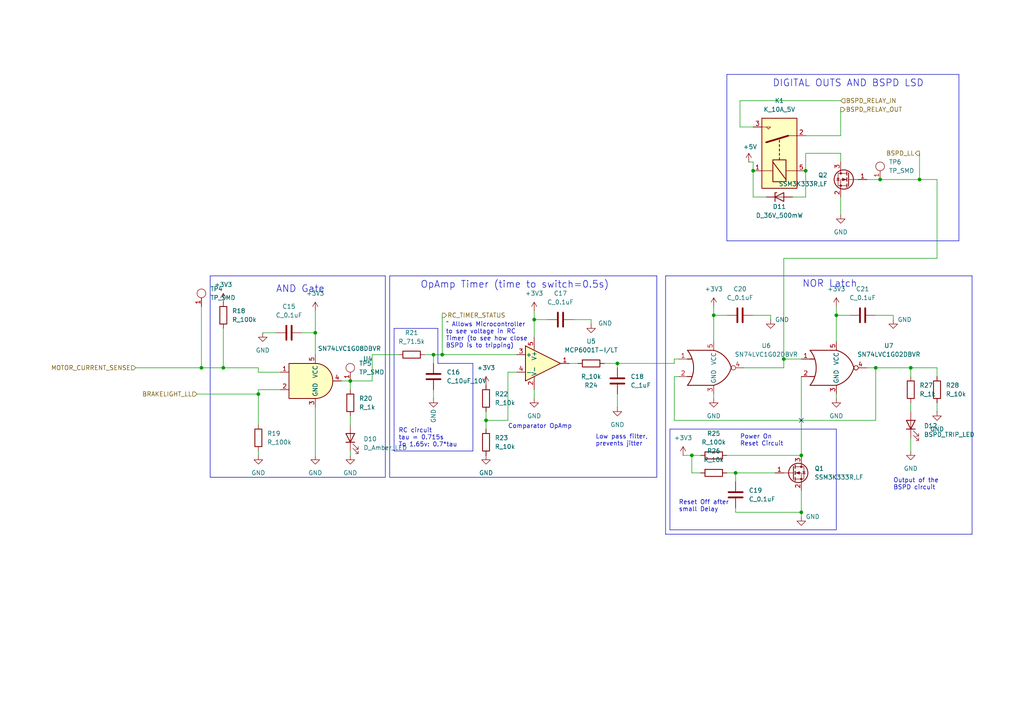
<source format=kicad_sch>
(kicad_sch (version 20250114) (generator "eeschema") (generator_version "9.0")
  (paper "A4")
  (title_block (title "Brake System Plausibility Device (BSPD)") (comment 1 "By Leo Liao"))
  (lib_symbols
    (symbol "OEM:C_0.1uF_16V_0603" (pin_numbers (hide yes)) (pin_names (offset 0.254))
      (property "Reference" "C" (at 0.635 2.54 0))
      (property "Value" "C_0.1uF_16V" (at 0.635 -2.54 0))
      (symbol "C_0.1uF_16V_0603_0_1"
        (polyline (pts (xy -2.032 0.762) (xy 2.032 0.762)) (stroke (width 0.508)))
        (polyline (pts (xy -2.032 -0.762) (xy 2.032 -0.762)) (stroke (width 0.508)))
      )
      (symbol "C_0.1uF_16V_0603_1_1"
        (pin passive line (at 0 3.81 270) (length 2.794) (name "~") (number "1"))
        (pin passive line (at 0 -3.81 90) (length 2.794) (name "~") (number "2"))
      )
    )
    (symbol "OEM:C_10uF_10V_0603" (pin_numbers (hide yes)) (pin_names (offset 0.254))
      (property "Reference" "C" (at 0.635 2.54 0))
      (property "Value" "C_10uF_10V" (at 0.635 -2.54 0))
      (symbol "C_10uF_10V_0603_0_1"
        (polyline (pts (xy -2.032 0.762) (xy 2.032 0.762)) (stroke (width 0.508)))
        (polyline (pts (xy -2.032 -0.762) (xy 2.032 -0.762)) (stroke (width 0.508)))
      )
      (symbol "C_10uF_10V_0603_1_1"
        (pin passive line (at 0 3.81 270) (length 2.794) (name "~") (number "1"))
        (pin passive line (at 0 -3.81 90) (length 2.794) (name "~") (number "2"))
      )
    )
    (symbol "OEM:C_1uF_25V_0603" (pin_numbers (hide yes)) (pin_names (offset 0.254))
      (property "Reference" "C" (at 0.635 2.54 0))
      (property "Value" "C_1uF_25V" (at 0.635 -2.54 0))
      (symbol "C_1uF_25V_0603_0_1"
        (polyline (pts (xy -2.032 0.762) (xy 2.032 0.762)) (stroke (width 0.508)))
        (polyline (pts (xy -2.032 -0.762) (xy 2.032 -0.762)) (stroke (width 0.508)))
      )
      (symbol "C_1uF_25V_0603_1_1"
        (pin passive line (at 0 3.81 270) (length 2.794) (name "~") (number "1"))
        (pin passive line (at 0 -3.81 90) (length 2.794) (name "~") (number "2"))
      )
    )
    (symbol "OEM:D_LED_Amber_0805" (pin_numbers (hide yes)) (pin_names (offset 1.016) (hide yes))
      (property "Reference" "D" (at 0 2.54 0))
      (property "Value" "D_Amber_LED" (at 0 -2.54 0))
      (symbol "D_LED_Amber_0805_0_1"
        (polyline (pts (xy -3.048 -0.762) (xy -4.572 -2.286) (xy -3.81 -2.286) (xy -4.572 -2.286) (xy -4.572 -1.524)))
        (polyline (pts (xy -1.778 -0.762) (xy -3.302 -2.286) (xy -2.54 -2.286) (xy -3.302 -2.286) (xy -3.302 -1.524)))
        (polyline (pts (xy -1.27 0) (xy 1.27 0)))
        (polyline (pts (xy -1.27 -1.27) (xy -1.27 1.27)) (stroke (width 0.254)))
        (polyline (pts (xy 1.27 -1.27) (xy 1.27 1.27) (xy -1.27 0) (xy 1.27 -1.27)) (stroke (width 0.254)))
      )
      (symbol "D_LED_Amber_0805_1_1"
        (pin passive line (at -3.81 0 0) (length 2.54) (name "K") (number "1"))
        (pin passive line (at 3.81 0 180) (length 2.54) (name "A") (number "2"))
      )
    )
    (symbol "OEM:D_Zener_36V_500mW_SOD123" (pin_numbers (hide yes)) (pin_names (offset 1.016) (hide yes))
      (property "Reference" "D" (at 0 2.54 0))
      (property "Value" "D_36V_500mW" (at 0 -2.54 0))
      (symbol "D_Zener_36V_500mW_SOD123_0_1"
        (polyline (pts (xy -1.27 -1.27) (xy -1.27 1.27) (xy -0.762 1.27)) (stroke (width 0.254)))
        (polyline (pts (xy 1.27 0) (xy -1.27 0)))
        (polyline (pts (xy 1.27 -1.27) (xy 1.27 1.27) (xy -1.27 0) (xy 1.27 -1.27)) (stroke (width 0.254)))
      )
      (symbol "D_Zener_36V_500mW_SOD123_1_1"
        (pin passive line (at -3.81 0 0) (length 2.54) (name "K") (number "1"))
        (pin passive line (at 3.81 0 180) (length 2.54) (name "A") (number "2"))
      )
    )
    (symbol "OEM:K_SPST-NO_10A_5V_TH"
      (property "Reference" "K" (at 11.43 3.81 0))
      (property "Value" "K_10A_5V" (at 11.43 1.27 0))
      (symbol "K_SPST-NO_10A_5V_TH_0_0"
        (polyline (pts (xy 7.62 5.08) (xy 7.62 2.54) (xy 6.985 3.175) (xy 7.62 3.81)))
      )
      (symbol "K_SPST-NO_10A_5V_TH_0_1"
        (rectangle (start -10.16 5.08) (end 10.16 -5.08) (stroke (width 0.254)) (fill (type background)))
        (rectangle (start -8.255 1.905) (end -1.905 -1.905) (stroke (width 0.254)))
        (polyline (pts (xy -7.62 -1.905) (xy -2.54 1.905)) (stroke (width 0.254)))
        (polyline (pts (xy -5.08 5.08) (xy -5.08 1.905)))
        (polyline (pts (xy -5.08 -5.08) (xy -5.08 -1.905)))
        (polyline (pts (xy -1.905 0) (xy -1.27 0)) (stroke (width 0.254)))
        (polyline (pts (xy -0.635 0) (xy 0 0)) (stroke (width 0.254)))
        (polyline (pts (xy 0.635 0) (xy 1.27 0)) (stroke (width 0.254)))
        (polyline (pts (xy 1.905 0) (xy 2.54 0)) (stroke (width 0.254)))
        (polyline (pts (xy 3.175 0) (xy 3.81 0)) (stroke (width 0.254)))
        (polyline (pts (xy 5.08 -2.54) (xy 3.175 3.81)) (stroke (width 0.508)))
        (polyline (pts (xy 5.08 -2.54) (xy 5.08 -5.08)))
      )
      (symbol "K_SPST-NO_10A_5V_TH_1_1"
        (pin passive line (at -5.08 7.62 270) (length 2.54) (name "~") (number "1"))
        (pin passive line (at -5.08 -7.62 90) (length 2.54) (name "~") (number "5"))
        (pin passive line (at 5.08 -7.62 90) (length 2.54) (name "~") (number "2"))
        (pin passive line (at 7.62 7.62 270) (length 2.54) (name "~") (number "3"))
      )
    )
    (symbol "OEM:Q_NMOS_30V_6A_SOT-23F" (pin_names (offset 0) (hide yes))
      (property "Reference" "Q" (at 5.08 1.905 0))
      (property "Value" "SSM3K333R,LF" (at 5.08 0 0))
      (symbol "Q_NMOS_30V_6A_SOT-23F_0_1"
        (polyline (pts (xy 0.254 1.905) (xy 0.254 -1.905)) (stroke (width 0.254)))
        (polyline (pts (xy 0.254 0) (xy -2.54 0)))
        (polyline (pts (xy 0.762 2.286) (xy 0.762 1.27)) (stroke (width 0.254)))
        (polyline (pts (xy 0.762 0.508) (xy 0.762 -0.508)) (stroke (width 0.254)))
        (polyline (pts (xy 0.762 -1.27) (xy 0.762 -2.286)) (stroke (width 0.254)))
        (polyline (pts (xy 0.762 -1.778) (xy 3.302 -1.778) (xy 3.302 1.778) (xy 0.762 1.778)))
        (polyline (pts (xy 1.016 0) (xy 2.032 0.381) (xy 2.032 -0.381) (xy 1.016 0)) (fill (type outline)))
        (circle (center 1.651 0) (radius 2.794) (stroke (width 0.254)))
        (polyline (pts (xy 2.54 2.54) (xy 2.54 1.778)))
        (circle (center 2.54 1.778) (radius 0.254) (fill (type outline)))
        (circle (center 2.54 -1.778) (radius 0.254) (fill (type outline)))
        (polyline (pts (xy 2.54 -2.54) (xy 2.54 0) (xy 0.762 0)))
        (polyline (pts (xy 2.921 0.381) (xy 3.683 0.381)))
        (polyline (pts (xy 3.302 0.381) (xy 2.921 -0.254) (xy 3.683 -0.254) (xy 3.302 0.381)))
      )
      (symbol "Q_NMOS_30V_6A_SOT-23F_1_1"
        (pin input line (at -5.08 0 0) (length 2.54) (name "G") (number "1"))
        (pin passive line (at 2.54 5.08 270) (length 2.54) (name "D") (number "3"))
        (pin passive line (at 2.54 -5.08 90) (length 2.54) (name "S") (number "2"))
      )
    )
    (symbol "OEM:R_100k_0.1W_0603" (pin_numbers (hide yes)) (pin_names (offset 0))
      (property "Reference" "R" (at 2.032 0 90))
      (property "Value" "R_100k" (at 0 0 90))
      (symbol "R_100k_0.1W_0603_0_1"
        (rectangle (start -1.016 -2.54) (end 1.016 2.54) (stroke (width 0.254)))
      )
      (symbol "R_100k_0.1W_0603_1_1"
        (pin passive line (at 0 3.81 270) (length 1.27) (name "~") (number "1"))
        (pin passive line (at 0 -3.81 90) (length 1.27) (name "~") (number "2"))
      )
    )
    (symbol "OEM:R_10k_0.1W_0603" (pin_numbers (hide yes)) (pin_names (offset 0))
      (property "Reference" "R" (at 2.032 0 90))
      (property "Value" "R_10k" (at 0 0 90))
      (symbol "R_10k_0.1W_0603_0_1"
        (rectangle (start -1.016 -2.54) (end 1.016 2.54) (stroke (width 0.254)))
      )
      (symbol "R_10k_0.1W_0603_1_1"
        (pin passive line (at 0 3.81 270) (length 1.27) (name "~") (number "1"))
        (pin passive line (at 0 -3.81 90) (length 1.27) (name "~") (number "2"))
      )
    )
    (symbol "OEM:R_1k_0.1W_0603" (pin_numbers (hide yes)) (pin_names (offset 0))
      (property "Reference" "R" (at 2.032 0 90))
      (property "Value" "R_1k" (at 0 0 90))
      (symbol "R_1k_0.1W_0603_0_1"
        (rectangle (start -1.016 -2.54) (end 1.016 2.54) (stroke (width 0.254)))
      )
      (symbol "R_1k_0.1W_0603_1_1"
        (pin passive line (at 0 3.81 270) (length 1.27) (name "~") (number "1"))
        (pin passive line (at 0 -3.81 90) (length 1.27) (name "~") (number "2"))
      )
    )
    (symbol "OEM:R_71.5k_0.1W_0603" (pin_numbers (hide yes)) (pin_names (offset 0))
      (property "Reference" "R" (at 2.032 0 90))
      (property "Value" "R_71.5k" (at 0 0 90))
      (symbol "R_71.5k_0.1W_0603_0_1"
        (rectangle (start -1.016 -2.54) (end 1.016 2.54) (stroke (width 0.254)))
      )
      (symbol "R_71.5k_0.1W_0603_1_1"
        (pin passive line (at 0 3.81 270) (length 1.27) (name "~") (number "1"))
        (pin passive line (at 0 -3.81 90) (length 1.27) (name "~") (number "2"))
      )
    )
    (symbol "OEM:TP_Hook_SMD" (pin_names (offset 1.016))
      (property "Reference" "TP" (at 0 7.62 0))
      (property "Value" "TP_SMD" (at 1.27 5.08 0))
      (symbol "TP_Hook_SMD_1_1"
        (circle (center 0 2.54) (radius 1.27))
        (pin input line (at 0 -1.27 90) (length 2.54) (name "~") (number "1"))
      )
    )
    (symbol "OEM:U_AND-Gate_SN74LVC1G08DBVR_SOT23-5new"
      (property "Reference" "U" (at -2.54 3.81 0))
      (property "Value" "SN74LVC1G08DBVR" (at 0 -3.81 0))
      (symbol "U_AND-Gate_SN74LVC1G08DBVR_SOT23-5new_0_1"
        (arc (start 0 5.08) (mid 5.0579 0) (end 0 -5.08) (stroke (width 0.254)) (fill (type background)))
        (polyline (pts (xy 0 -5.08) (xy -7.62 -5.08) (xy -7.62 5.08) (xy 0 5.08)) (stroke (width 0.254)) (fill (type background)))
      )
      (symbol "U_AND-Gate_SN74LVC1G08DBVR_SOT23-5new_1_1"
        (pin input line (at -10.16 2.54 0) (length 2.54) (name "~") (number "1"))
        (pin input line (at -10.16 -2.54 0) (length 2.54) (name "~") (number "2"))
        (pin power_in line (at 0 7.62 270) (length 2.54) (name "VCC") (number "5"))
        (pin power_in line (at 0 -7.62 90) (length 2.54) (name "GND") (number "3"))
        (pin output line (at 7.62 0 180) (length 2.54) (name "~") (number "4"))
      )
    )
    (symbol "OEM:U_NOR-Gate_SN74LVC1G02DBVR_SOT23-5"
      (property "Reference" "U" (at -2.54 3.81 0))
      (property "Value" "SN74LVC1G02DBVR" (at 0 -3.81 0))
      (symbol "U_NOR-Gate_SN74LVC1G02DBVR_SOT23-5_0_1"
        (arc (start -7.62 5.08) (mid -5.838 0) (end -7.62 -5.08) (stroke (width 0.254)))
        (polyline (pts (xy -7.62 2.54) (xy -6.35 2.54)) (stroke (width 0.254)) (fill (type background)))
        (polyline (pts (xy -7.62 -2.54) (xy -6.35 -2.54)) (stroke (width 0.254)) (fill (type background)))
        (arc (start 5.08 0) (mid 3.202 -3.202) (end 0 -5.08) (stroke (width 0.254)))
        (arc (start 0 5.08) (mid 3.2271 3.2271) (end 5.08 0) (stroke (width 0.254)))
        (polyline (pts (xy 0 5.08) (xy -7.62 5.08)) (stroke (width 0.254)) (fill (type background)))
        (polyline (pts (xy 0 -5.08) (xy -7.62 -5.08)) (stroke (width 0.254)) (fill (type background)))
      )
      (symbol "U_NOR-Gate_SN74LVC1G02DBVR_SOT23-5_1_1"
        (pin input line (at -10.16 2.54 0) (length 2.54) (name "~") (number "1"))
        (pin input line (at -10.16 -2.54 0) (length 2.54) (name "~") (number "2"))
        (pin power_in line (at 0 7.62 270) (length 2.54) (name "VCC") (number "5"))
        (pin power_in line (at 0 -7.62 90) (length 2.54) (name "GND") (number "3"))
        (pin output inverted (at 8.89 0 180) (length 3.81) (name "~") (number "4"))
      )
    )
    (symbol "OEM:U_OpAmp_MCP6001T-ILT_SOT-353" (pin_names (offset 0.127))
      (property "Reference" "U" (at 0 5.08 0))
      (property "Value" "MCP6001T-I/LT" (at 0 -5.08 0))
      (symbol "U_OpAmp_MCP6001T-ILT_SOT-353_0_1"
        (polyline (pts (xy -5.08 5.08) (xy 5.08 0) (xy -5.08 -5.08) (xy -5.08 5.08)) (stroke (width 0.254)) (fill (type background)))
        (pin power_in line (at -2.54 7.62 270) (length 3.81) (name "V+") (number "5"))
        (pin power_in line (at -2.54 -7.62 90) (length 3.81) (name "V-") (number "2"))
      )
      (symbol "U_OpAmp_MCP6001T-ILT_SOT-353_1_1"
        (pin input line (at -7.62 2.54 0) (length 2.54) (name "+") (number "3"))
        (pin input line (at -7.62 -2.54 0) (length 2.54) (name "-") (number "4"))
        (pin output line (at 7.62 0 180) (length 2.54) (name "~") (number "1"))
      )
    )
    (symbol "power:+3V3" (power) (pin_numbers (hide yes)) (pin_names (offset 0) (hide yes))
      (property "Value" "+3V3" (at 0 3.556 0))
      (symbol "+3V3_0_1"
        (polyline (pts (xy -0.762 1.27) (xy 0 2.54)))
        (polyline (pts (xy 0 2.54) (xy 0.762 1.27)))
        (polyline (pts (xy 0 0) (xy 0 2.54)))
      )
      (symbol "+3V3_1_1"
        (pin power_in line (at 0 0 90) (length 0) (name "~") (number "1"))
      )
    )
    (symbol "power:+5V" (power) (pin_numbers (hide yes)) (pin_names (offset 0) (hide yes))
      (property "Value" "+5V" (at 0 3.556 0))
      (symbol "+5V_0_1"
        (polyline (pts (xy -0.762 1.27) (xy 0 2.54)))
        (polyline (pts (xy 0 2.54) (xy 0.762 1.27)))
        (polyline (pts (xy 0 0) (xy 0 2.54)))
      )
      (symbol "+5V_1_1"
        (pin power_in line (at 0 0 90) (length 0) (name "~") (number "1"))
      )
    )
    (symbol "power:GND" (power) (pin_numbers (hide yes)) (pin_names (offset 0) (hide yes))
      (property "Value" "GND" (at 0 -3.81 0))
      (symbol "GND_0_1"
        (polyline (pts (xy 0 0) (xy 0 -1.27) (xy 1.27 -1.27) (xy 0 -2.54) (xy -1.27 -1.27) (xy 0 -1.27)))
      )
      (symbol "GND_1_1"
        (pin power_in line (at 0 0 270) (length 0) (name "~") (number "1"))
      )
    )
  )
  (text "Low pass filter,\nprevents jitter" (at 172.72 129.54 0) (effects (font (size 1.27 1.27)) (justify left bottom)))
  (text "OpAmp Timer (time to switch=0.5s)" (at 121.92 83.82 0) (effects (font (size 2 2)) (justify left bottom)))
  (text "Comparator OpAmp" (at 147.32 124.46 0) (effects (font (size 1.27 1.27)) (justify left bottom)))
  (text "Output of the\nBSPD circuit" (at 259.08 142.24 0) (effects (font (size 1.27 1.27)) (justify left bottom)))
  (text "RC circuit\ntau = 0.715s\nTo 1.65v: 0.7*tau" (at 115.57 129.794 0) (effects (font (size 1.27 1.27)) (justify left bottom)))
  (text "Power On\nReset Circuit" (at 214.63 129.54 0) (effects (font (size 1.27 1.27)) (justify left bottom)))
  (text "Reset Off after\nsmall Delay" (at 196.85 148.59 0) (effects (font (size 1.27 1.27)) (justify left bottom)))
  (text "NOR Latch" (at 232.664 83.566 0) (effects (font (size 2 2)) (justify left bottom)))
  (text "^ Allows Microcontroller \nto see voltage in RC \nTimer (to see how close \nBSPD is to tripping)" (at 129.286 97.282 0) (effects (font (size 1.27 1.27)) (justify left)))
  (text "AND Gate" (at 80.01 85.09 0) (effects (font (size 2 2)) (justify left bottom)))
  (text "DIGITAL OUTS AND BSPD LSD" (at 267.97 25.4 0) (effects (font (size 2 2)) (justify right bottom)))
  (junction (at 128.27 102.87))
  (junction (at 125.73 102.87))
  (junction (at 218.44 49.53))
  (junction (at 242.57 91.44))
  (junction (at 227.33 104.14))
  (junction (at 255.27 52.07))
  (junction (at 58.42 106.68))
  (junction (at 101.6 110.49))
  (junction (at 254 106.68))
  (junction (at 232.41 132.08))
  (junction (at 74.93 114.3))
  (junction (at 91.44 96.52))
  (junction (at 179.07 105.41))
  (junction (at 233.68 49.53))
  (junction (at 266.7 52.07))
  (junction (at 232.41 148.59))
  (junction (at 213.36 137.16))
  (junction (at 64.77 106.68))
  (junction (at 207.01 91.44))
  (junction (at 140.97 121.92))
  (junction (at 200.66 132.08))
  (junction (at 264.16 106.68))
  (junction (at 154.94 92.71))
  (no_connect (at 232.41 121.92))
  (wire (pts (xy 255.27 52.07) (xy 266.7 52.07)))
  (wire (pts (xy 179.07 105.41) (xy 179.07 106.68)))
  (wire (pts (xy 242.57 88.9) (xy 242.57 91.44)))
  (wire (pts (xy 64.77 95.25) (xy 64.77 106.68)))
  (wire (pts (xy 107.95 110.49) (xy 107.95 102.87)))
  (wire (pts (xy 125.73 102.87) (xy 125.73 105.41)))
  (wire (pts (xy 229.87 57.15) (xy 233.68 57.15)))
  (wire (pts (xy 195.58 104.14) (xy 196.85 104.14)))
  (wire (pts (xy 243.84 31.75) (xy 243.84 39.37)))
  (wire (pts (xy 91.44 118.11) (xy 91.44 132.08)))
  (wire (pts (xy 74.93 106.68) (xy 74.93 107.95)))
  (wire (pts (xy 149.86 107.95) (xy 147.32 107.95)))
  (wire (pts (xy 218.44 91.44) (xy 223.52 91.44)))
  (polyline (pts (xy 127 95.25) (xy 127 105.41)))
  (wire (pts (xy 207.01 88.9) (xy 207.01 91.44)))
  (wire (pts (xy 125.73 102.87) (xy 128.27 102.87)))
  (wire (pts (xy 195.58 109.22) (xy 195.58 121.92)))
  (wire (pts (xy 39.37 106.68) (xy 58.42 106.68)))
  (wire (pts (xy 140.97 119.38) (xy 140.97 121.92)))
  (wire (pts (xy 207.01 91.44) (xy 210.82 91.44)))
  (wire (pts (xy 123.19 102.87) (xy 125.73 102.87)))
  (wire (pts (xy 147.32 107.95) (xy 147.32 121.92)))
  (wire (pts (xy 264.16 106.68) (xy 264.16 109.22)))
  (wire (pts (xy 101.6 110.49) (xy 107.95 110.49)))
  (wire (pts (xy 218.44 49.53) (xy 218.44 57.15)))
  (polyline (pts (xy 137.16 105.41) (xy 137.16 130.81)))
  (wire (pts (xy 125.73 113.03) (xy 125.73 115.57)))
  (wire (pts (xy 207.01 91.44) (xy 207.01 99.06)))
  (wire (pts (xy 165.1 105.41) (xy 167.64 105.41)))
  (polyline (pts (xy 113.03 80.01) (xy 190.5 80.01)))
  (wire (pts (xy 266.7 44.45) (xy 266.7 52.07)))
  (wire (pts (xy 171.45 92.71) (xy 171.45 93.98)))
  (polyline (pts (xy 278.13 69.85) (xy 210.82 69.85)))
  (polyline (pts (xy 193.04 80.01) (xy 281.94 80.01)))
  (wire (pts (xy 74.93 107.95) (xy 81.28 107.95)))
  (wire (pts (xy 271.78 74.93) (xy 227.33 74.93)))
  (polyline (pts (xy 137.16 130.81) (xy 114.3 130.81)))
  (wire (pts (xy 271.78 52.07) (xy 271.78 74.93)))
  (polyline (pts (xy 194.31 124.46) (xy 194.31 153.67)))
  (wire (pts (xy 74.93 113.03) (xy 74.93 114.3)))
  (wire (pts (xy 243.84 57.15) (xy 243.84 62.23)))
  (wire (pts (xy 101.6 110.49) (xy 101.6 113.03)))
  (wire (pts (xy 232.41 132.08) (xy 210.82 132.08)))
  (wire (pts (xy 91.44 96.52) (xy 91.44 102.87)))
  (wire (pts (xy 200.66 132.08) (xy 200.66 137.16)))
  (wire (pts (xy 251.46 52.07) (xy 255.27 52.07)))
  (wire (pts (xy 74.93 130.81) (xy 74.93 132.08)))
  (polyline (pts (xy 127 105.41) (xy 137.16 105.41)))
  (wire (pts (xy 251.46 106.68) (xy 254 106.68)))
  (wire (pts (xy 227.33 74.93) (xy 227.33 104.14)))
  (wire (pts (xy 91.44 90.17) (xy 91.44 96.52)))
  (wire (pts (xy 271.78 52.07) (xy 266.7 52.07)))
  (wire (pts (xy 233.68 49.53) (xy 233.68 57.15)))
  (wire (pts (xy 200.66 132.08) (xy 203.2 132.08)))
  (wire (pts (xy 179.07 114.3) (xy 179.07 118.11)))
  (wire (pts (xy 227.33 104.14) (xy 227.33 106.68)))
  (wire (pts (xy 242.57 91.44) (xy 246.38 91.44)))
  (polyline (pts (xy 193.04 154.94) (xy 281.94 154.94)))
  (wire (pts (xy 232.41 142.24) (xy 232.41 148.59)))
  (wire (pts (xy 218.44 46.99) (xy 218.44 49.53)))
  (wire (pts (xy 107.95 102.87) (xy 115.57 102.87)))
  (polyline (pts (xy 114.3 129.54) (xy 114.3 130.81)))
  (wire (pts (xy 203.2 137.16) (xy 200.66 137.16)))
  (wire (pts (xy 64.77 106.68) (xy 74.93 106.68)))
  (wire (pts (xy 58.42 88.9) (xy 58.42 106.68)))
  (wire (pts (xy 264.16 116.84) (xy 264.16 119.38)))
  (wire (pts (xy 195.58 109.22) (xy 196.85 109.22)))
  (wire (pts (xy 87.63 96.52) (xy 91.44 96.52)))
  (wire (pts (xy 233.68 44.45) (xy 243.84 44.45)))
  (wire (pts (xy 214.63 29.21) (xy 214.63 36.83)))
  (polyline (pts (xy 278.13 21.59) (xy 210.82 21.59)))
  (wire (pts (xy 213.36 137.16) (xy 213.36 139.7)))
  (wire (pts (xy 232.41 104.14) (xy 227.33 104.14)))
  (wire (pts (xy 223.52 91.44) (xy 223.52 92.71)))
  (wire (pts (xy 264.16 106.68) (xy 271.78 106.68)))
  (wire (pts (xy 101.6 130.81) (xy 101.6 132.08)))
  (wire (pts (xy 271.78 106.68) (xy 271.78 109.22)))
  (wire (pts (xy 140.97 121.92) (xy 140.97 124.46)))
  (wire (pts (xy 57.15 114.3) (xy 74.93 114.3)))
  (polyline (pts (xy 111.76 138.43) (xy 111.76 80.01)))
  (polyline (pts (xy 278.13 21.59) (xy 278.13 69.85)))
  (wire (pts (xy 242.57 114.3) (xy 242.57 115.57)))
  (wire (pts (xy 254 106.68) (xy 254 121.92)))
  (wire (pts (xy 214.63 36.83) (xy 218.44 36.83)))
  (wire (pts (xy 195.58 121.92) (xy 254 121.92)))
  (wire (pts (xy 271.78 116.84) (xy 271.78 119.38)))
  (polyline (pts (xy 60.96 80.01) (xy 111.76 80.01)))
  (wire (pts (xy 243.84 29.21) (xy 214.63 29.21)))
  (wire (pts (xy 147.32 121.92) (xy 140.97 121.92)))
  (wire (pts (xy 217.17 46.99) (xy 218.44 46.99)))
  (wire (pts (xy 74.93 113.03) (xy 81.28 113.03)))
  (wire (pts (xy 74.93 114.3) (xy 74.93 123.19)))
  (wire (pts (xy 179.07 105.41) (xy 195.58 105.41)))
  (polyline (pts (xy 194.31 124.46) (xy 242.57 124.46)))
  (wire (pts (xy 259.08 91.44) (xy 259.08 92.71)))
  (polyline (pts (xy 190.5 138.43) (xy 190.5 80.01)))
  (wire (pts (xy 215.9 106.68) (xy 227.33 106.68)))
  (wire (pts (xy 233.68 39.37) (xy 243.84 39.37)))
  (wire (pts (xy 198.12 132.08) (xy 200.66 132.08)))
  (polyline (pts (xy 281.94 80.01) (xy 281.94 154.94)))
  (polyline (pts (xy 114.3 129.54) (xy 114.3 95.25)))
  (wire (pts (xy 195.58 104.14) (xy 195.58 105.41)))
  (wire (pts (xy 218.44 57.15) (xy 222.25 57.15)))
  (wire (pts (xy 207.01 114.3) (xy 207.01 115.57)))
  (polyline (pts (xy 242.57 153.67) (xy 194.31 153.67)))
  (polyline (pts (xy 114.3 95.25) (xy 127 95.25)))
  (polyline (pts (xy 113.03 80.01) (xy 113.03 138.43)))
  (wire (pts (xy 154.94 90.17) (xy 154.94 92.71)))
  (polyline (pts (xy 193.04 80.01) (xy 193.04 154.94)))
  (wire (pts (xy 243.84 44.45) (xy 243.84 46.99)))
  (wire (pts (xy 128.27 91.44) (xy 128.27 102.87)))
  (wire (pts (xy 101.6 120.65) (xy 101.6 123.19)))
  (wire (pts (xy 264.16 127) (xy 264.16 130.81)))
  (wire (pts (xy 233.68 44.45) (xy 233.68 49.53)))
  (wire (pts (xy 213.36 137.16) (xy 224.79 137.16)))
  (wire (pts (xy 128.27 102.87) (xy 149.86 102.87)))
  (wire (pts (xy 232.41 109.22) (xy 232.41 132.08)))
  (wire (pts (xy 76.2 96.52) (xy 80.01 96.52)))
  (polyline (pts (xy 113.03 138.43) (xy 190.5 138.43)))
  (polyline (pts (xy 60.96 80.01) (xy 60.96 138.43)))
  (wire (pts (xy 154.94 113.03) (xy 154.94 115.57)))
  (wire (pts (xy 242.57 91.44) (xy 242.57 99.06)))
  (wire (pts (xy 166.37 92.71) (xy 171.45 92.71)))
  (wire (pts (xy 99.06 110.49) (xy 101.6 110.49)))
  (wire (pts (xy 232.41 148.59) (xy 232.41 149.86)))
  (wire (pts (xy 58.42 106.68) (xy 64.77 106.68)))
  (wire (pts (xy 175.26 105.41) (xy 179.07 105.41)))
  (wire (pts (xy 154.94 92.71) (xy 154.94 97.79)))
  (wire (pts (xy 254 91.44) (xy 259.08 91.44)))
  (polyline (pts (xy 60.96 138.43) (xy 111.76 138.43)))
  (wire (pts (xy 154.94 92.71) (xy 158.75 92.71)))
  (wire (pts (xy 213.36 147.32) (xy 213.36 148.59)))
  (wire (pts (xy 210.82 137.16) (xy 213.36 137.16)))
  (wire (pts (xy 213.36 148.59) (xy 232.41 148.59)))
  (wire (pts (xy 254 106.68) (xy 264.16 106.68)))
  (polyline (pts (xy 210.82 69.85) (xy 210.82 21.59)))
  (polyline (pts (xy 242.57 124.46) (xy 242.57 153.67)))
  (hierarchical_label "RC_TIMER_STATUS" (shape output) (at 128.27 91.44 0))
  (hierarchical_label "BRAKELIGHT_LL" (shape input) (at 57.15 114.3 180))
  (hierarchical_label "MOTOR_CURRENT_SENSE" (shape input) (at 39.37 106.68 180))
  (hierarchical_label "BSPD_LL" (shape output) (at 266.7 44.45 180))
  (hierarchical_label "BSPD_RELAY_OUT" (shape output) (at 243.84 31.75 0))
  (hierarchical_label "BSPD_RELAY_IN" (shape input) (at 243.84 29.21 0))
  (symbol (lib_id "OEM:R_10k_0.1W_0603") (at 140.97 115.57 0) (unit 1)
    (property "Reference" "R22" (at 143.51 114.2999 0) (effects (justify left)))
    (property "Value" "R_10k" (at 143.51 116.8399 0) (effects (justify left)))
    (property "Footprint" "OEM:R_0603_1608Metric" (effects (hide yes)))
    (property "Datasheet" "https://www.mouser.com/datasheet/3/1099/1/SEI-RMCF_RMCP.pdf" (effects (hide yes)))
    (property "Description" "RES 10K OHM 1% 1/10W 0603" (effects (hide yes)))
    (property "MPN" "RMCF0603FT10K0" (effects (hide yes)))
  )
  (symbol (lib_id "OEM:R_10k_0.1W_0603") (at 171.45 105.41 90) (mirror x) (unit 1)
    (property "Reference" "R24" (at 171.45 111.76 90))
    (property "Value" "R_10k" (at 171.45 109.22 90))
    (property "Footprint" "OEM:R_0603_1608Metric" (effects (hide yes)))
    (property "Datasheet" "https://www.mouser.com/datasheet/3/1099/1/SEI-RMCF_RMCP.pdf" (effects (hide yes)))
    (property "Description" "RES 10K OHM 1% 1/10W 0603" (effects (hide yes)))
    (property "MPN" "RMCF0603FT10K0" (effects (hide yes)))
  )
  (symbol (lib_id "OEM:Q_NMOS_30V_6A_SOT-23F") (at 229.87 137.16 0) (unit 1)
    (property "Reference" "Q1" (at 236.22 135.8899 0) (effects (justify left)))
    (property "Value" "SSM3K333R,LF" (at 236.22 138.4299 0) (effects (justify left)))
    (property "Footprint" "OEM:SOT-23-3" (effects (hide yes)))
    (property "Datasheet" "https://www.mouser.com/datasheet/3/105/1/6D62190F2E76D58532DB25403AB4F650F25B6580F37A84A2AFAB7A89D257D933.pdf" (effects (hide yes)))
    (property "Description" "MOSFET N CH 30V 6A 2-3Z1A" (effects (hide yes)))
    (property "MPN" "SSM3K333R,LF" (effects (hide yes)))
  )
  (symbol (lib_id "power:+3V3") (at 140.97 111.76 0) (unit 1)
    (property "Reference" "#PWR?" (effects (hide yes)))
    (property "Value" "+3V3" (at 140.97 106.68 0))
    (property "Description" "Power symbol creates a global label with name \"+3V3\"" (effects (hide yes)))
  )
  (symbol (lib_id "OEM:R_100k_0.1W_0603") (at 64.77 91.44 0) (unit 1)
    (property "Reference" "R18" (at 67.31 90.1699 0) (effects (justify left)))
    (property "Value" "R_100k" (at 67.31 92.7099 0) (effects (justify left)))
    (property "Footprint" "OEM:R_0603_1608Metric" (effects (hide yes)))
    (property "Datasheet" "https://www.mouser.com/datasheet/3/1099/1/SEI-RMCF_RMCP.pdf" (effects (hide yes)))
    (property "Description" "RES 100K OHM 1% 1/10W 0603" (effects (hide yes)))
    (property "MPN" "RMCF0603FT100K" (effects (hide yes)))
  )
  (symbol (lib_id "OEM:D_Zener_36V_500mW_SOD123") (at 226.06 57.15 0) (unit 1)
    (property "Reference" "D11" (at 226.06 59.944 0))
    (property "Value" "D_36V_500mW" (at 226.06 62.484 0))
    (property "Footprint" "OEM:D_SOD-123" (effects (hide yes)))
    (property "Datasheet" "https://www.diodes.com/assets/Datasheets/ds18004.pdf" (effects (hide yes)))
    (property "Description" "DIODE ZENER 36V 500MW SOD123" (effects (hide yes)))
    (property "MPN" "BZT52C36-7-F" (effects (hide yes)))
    (property "MFN" "Micro Commercial Co" (effects (hide yes)))
    (property "DKPN" "SMBJ5355B-TPMSCT-ND" (effects (hide yes)))
    (property "NewDesigns" "YES" (effects (hide yes)))
    (property "Stocked" "Tape" (effects (hide yes)))
    (property "Package" "DO-214AA" (effects (hide yes)))
    (property "Style" "SMD" (effects (hide yes)))
  )
  (symbol (lib_id "OEM:TP_Hook_SMD") (at 101.6 109.22 0) (unit 1)
    (property "Reference" "TP5" (at 104.14 105.4099 0) (effects (justify left)))
    (property "Value" "TP_SMD" (at 104.14 107.9499 0) (effects (justify left)))
    (property "Footprint" "OEM:TP_Hook_SMD" (effects (hide yes)))
    (property "Datasheet" "https://www.mouser.com/datasheet/3/201/1/5019.PDF" (effects (hide yes)))
    (property "Description" "Test Point SMD Hook" (effects (hide yes)))
    (property "MPN" "5019" (effects (hide yes)))
  )
  (symbol (lib_id "power:+3V3") (at 242.57 88.9 0) (unit 1)
    (property "Reference" "#PWR?" (effects (hide yes)))
    (property "Value" "+3V3" (at 242.57 83.82 0))
    (property "Description" "Power symbol creates a global label with name \"+3V3\"" (effects (hide yes)))
  )
  (symbol (lib_id "power:+3V3") (at 154.94 90.17 0) (unit 1)
    (property "Reference" "#PWR?" (effects (hide yes)))
    (property "Value" "+3V3" (at 154.94 85.09 0))
    (property "Description" "Power symbol creates a global label with name \"+3V3\"" (effects (hide yes)))
  )
  (symbol (lib_id "power:GND") (at 179.07 118.11 0) (unit 1)
    (property "Reference" "#PWR?" (effects (hide yes)))
    (property "Value" "GND" (at 179.07 123.19 0))
    (property "Description" "Power symbol creates a global label with name \"GND\" , ground" (effects (hide yes)))
  )
  (symbol (lib_id "OEM:K_SPST-NO_10A_5V_TH") (at 226.06 44.45 90) (unit 1)
    (property "Reference" "K1" (at 226.06 29.21 90))
    (property "Value" "K_10A_5V" (at 226.06 31.75 90))
    (property "Footprint" "OEM:G5Q1A4DC5 (K_SPST-NO_10A_5V_TH - G5Q-1A4-DC5)" (effects (hide yes)))
    (property "Datasheet" "https://www.mouser.com/datasheet/3/39/1/J155-E1.pdf" (effects (hide yes)))
    (property "Description" "RELAY GEN PURPOSE SPST 10A 5V" (effects (hide yes)))
    (property "MPN" "G5Q-1A4 DC5" (effects (hide yes)))
  )
  (symbol (lib_id "power:+5V") (at 217.17 46.99 0) (unit 1)
    (property "Reference" "#PWR?" (effects (hide yes)))
    (property "Value" "+5V" (at 217.551 42.5958 0))
    (property "Description" "Power symbol creates a global label with name \"+5V\"" (effects (hide yes)))
  )
  (symbol (lib_id "OEM:D_LED_Amber_0805") (at 101.6 127 90) (unit 1)
    (property "Reference" "D10" (at 105.41 127.3174 90) (effects (justify right)))
    (property "Value" "D_Amber_LED" (at 105.41 129.8574 90) (effects (justify right)))
    (property "Footprint" "OEM:D_0805_2012Metric" (effects (hide yes)))
    (property "Datasheet" "https://www.mouser.com/catalog/specsheets/ltstc171aktliteon.pdf" (effects (hide yes)))
    (property "Description" "LED ORANGE CLEAR SMD" (effects (hide yes)))
    (property "Sim.Pins" "1=K 2=A" (effects (hide yes)))
    (property "MPN" " LTST-C171AKT " (effects (hide yes)))
  )
  (symbol (lib_id "power:GND") (at 223.52 92.71 0) (unit 1)
    (property "Reference" "#PWR?" (effects (hide yes)))
    (property "Value" "GND" (at 226.822 92.71 0))
    (property "Description" "Power symbol creates a global label with name \"GND\" , ground" (effects (hide yes)))
  )
  (symbol (lib_id "power:+3V3") (at 207.01 88.9 0) (unit 1)
    (property "Reference" "#PWR?" (effects (hide yes)))
    (property "Value" "+3V3" (at 207.01 83.82 0))
    (property "Description" "Power symbol creates a global label with name \"+3V3\"" (effects (hide yes)))
  )
  (symbol (lib_id "OEM:C_0.1uF_16V_0603") (at 250.19 91.44 90) (unit 1)
    (property "Reference" "C21" (at 250.19 83.82 90))
    (property "Value" "C_0.1uF" (at 250.19 86.36 90))
    (property "Footprint" "OEM:C_0603_1608Metric" (effects (hide yes)))
    (property "Datasheet" "https://www.mouser.com/datasheet/3/72/1/KEM_C1005_Y5V_SMD.pdf" (effects (hide yes)))
    (property "Description" "CAP CER 0.1UF 16V Y5V 0603" (effects (hide yes)))
    (property "MPN" "C0603C104Z4VACTU" (effects (hide yes)))
  )
  (symbol (lib_id "OEM:R_10k_0.1W_0603") (at 271.78 113.03 180) (unit 1)
    (property "Reference" "R28" (at 274.32 111.7599 0) (effects (justify right)))
    (property "Value" "R_10k" (at 274.32 114.2999 0) (effects (justify right)))
    (property "Footprint" "OEM:R_0603_1608Metric" (effects (hide yes)))
    (property "Datasheet" "https://www.mouser.com/datasheet/3/1099/1/SEI-RMCF_RMCP.pdf" (effects (hide yes)))
    (property "Description" "RES 10K OHM 1% 1/10W 0603" (effects (hide yes)))
    (property "MPN" "RMCF0603FT10K0" (effects (hide yes)))
  )
  (symbol (lib_id "OEM:D_LED_Amber_0805") (at 264.16 123.19 90) (unit 1)
    (property "Reference" "D12" (at 267.97 123.5074 90) (effects (justify right)))
    (property "Value" "BSPD_TRIP_LED" (at 267.97 126.0474 90) (effects (justify right)))
    (property "Footprint" "OEM:D_0805_2012Metric" (effects (hide yes)))
    (property "Datasheet" "https://www.mouser.com/catalog/specsheets/ltstc171aktliteon.pdf" (effects (hide yes)))
    (property "Description" "LED ORANGE CLEAR SMD" (effects (hide yes)))
    (property "Sim.Pins" "1=K 2=A" (effects (hide yes)))
    (property "MPN" " LTST-C171AKT " (effects (hide yes)))
  )
  (symbol (lib_id "OEM:R_10k_0.1W_0603") (at 140.97 128.27 0) (unit 1)
    (property "Reference" "R23" (at 143.51 126.9999 0) (effects (justify left)))
    (property "Value" "R_10k" (at 143.51 129.5399 0) (effects (justify left)))
    (property "Footprint" "OEM:R_0603_1608Metric" (effects (hide yes)))
    (property "Datasheet" "https://www.mouser.com/datasheet/3/1099/1/SEI-RMCF_RMCP.pdf" (effects (hide yes)))
    (property "Description" "RES 10K OHM 1% 1/10W 0603" (effects (hide yes)))
    (property "MPN" "RMCF0603FT10K0" (effects (hide yes)))
  )
  (symbol (lib_id "OEM:R_1k_0.1W_0603") (at 101.6 116.84 0) (unit 1)
    (property "Reference" "R20" (at 104.14 115.5699 0) (effects (justify left)))
    (property "Value" "R_1k" (at 104.14 118.1099 0) (effects (justify left)))
    (property "Footprint" "OEM:R_0603_1608Metric" (effects (hide yes)))
    (property "Datasheet" "https://www.mouser.com/datasheet/3/1099/1/SEI-RMCF_RMCP.pdf (or https://industrial.panasonic.com/ww/products/pt/general-purpose-chip-resistors/models/ERJ3GEYJ102V)" (effects (hide yes)))
    (property "Description" "RES SMD 1K OHM 5% 1/10W 0603" (effects (hide yes)))
    (property "MPN" "RMCF0603FT1K00 (or ERJ-3GEYJ102V)" (effects (hide yes)))
  )
  (symbol (lib_id "power:GND") (at 140.97 132.08 0) (unit 1)
    (property "Reference" "#PWR?" (effects (hide yes)))
    (property "Value" "GND" (at 140.97 137.16 0))
    (property "Description" "Power symbol creates a global label with name \"GND\" , ground" (effects (hide yes)))
  )
  (symbol (lib_id "power:GND") (at 76.2 96.52 0) (unit 1)
    (property "Reference" "#PWR?" (effects (hide yes)))
    (property "Value" "GND" (at 76.2 101.6 0))
    (property "Description" "Power symbol creates a global label with name \"GND\" , ground" (effects (hide yes)))
  )
  (symbol (lib_id "OEM:R_1k_0.1W_0603") (at 264.16 113.03 0) (unit 1)
    (property "Reference" "R27" (at 266.7 111.7599 0) (effects (justify left)))
    (property "Value" "R_1k" (at 266.7 114.2999 0) (effects (justify left)))
    (property "Footprint" "OEM:R_0603_1608Metric" (effects (hide yes)))
    (property "Datasheet" "https://www.mouser.com/datasheet/3/1099/1/SEI-RMCF_RMCP.pdf (or https://industrial.panasonic.com/ww/products/pt/general-purpose-chip-resistors/models/ERJ3GEYJ102V)" (effects (hide yes)))
    (property "Description" "RES SMD 1K OHM 5% 1/10W 0603" (effects (hide yes)))
    (property "MPN" "RMCF0603FT1K00 (or ERJ-3GEYJ102V)" (effects (hide yes)))
  )
  (symbol (lib_id "OEM:C_0.1uF_16V_0603") (at 213.36 143.51 180) (unit 1)
    (property "Reference" "C19" (at 217.17 142.2399 0) (effects (justify right)))
    (property "Value" "C_0.1uF" (at 217.17 144.7799 0) (effects (justify right)))
    (property "Footprint" "OEM:C_0603_1608Metric" (effects (hide yes)))
    (property "Datasheet" "https://www.mouser.com/datasheet/3/72/1/KEM_C1005_Y5V_SMD.pdf" (effects (hide yes)))
    (property "Description" "CAP CER 0.1UF 16V Y5V 0603" (effects (hide yes)))
    (property "MPN" "C0603C104Z4VACTU" (effects (hide yes)))
  )
  (symbol (lib_id "OEM:Q_NMOS_30V_6A_SOT-23F") (at 246.38 52.07 0) (mirror y) (unit 1)
    (property "Reference" "Q2" (at 240.03 50.7999 0) (effects (justify left)))
    (property "Value" "SSM3K333R,LF" (at 240.03 53.3399 0) (effects (justify left)))
    (property "Footprint" "OEM:SOT-23-3" (effects (hide yes)))
    (property "Datasheet" "https://www.mouser.com/datasheet/3/105/1/6D62190F2E76D58532DB25403AB4F650F25B6580F37A84A2AFAB7A89D257D933.pdf" (effects (hide yes)))
    (property "Description" "MOSFET N CH 30V 6A 2-3Z1A" (effects (hide yes)))
    (property "MPN" "SSM3K333R,LF" (effects (hide yes)))
  )
  (symbol (lib_id "OEM:R_100k_0.1W_0603") (at 207.01 132.08 90) (unit 1)
    (property "Reference" "R25" (at 207.01 125.73 90))
    (property "Value" "R_100k" (at 207.01 128.27 90))
    (property "Footprint" "OEM:R_0603_1608Metric" (effects (hide yes)))
    (property "Datasheet" "https://www.mouser.com/datasheet/3/1099/1/SEI-RMCF_RMCP.pdf" (effects (hide yes)))
    (property "Description" "RES 100K OHM 1% 1/10W 0603" (effects (hide yes)))
    (property "MPN" "RMCF0603FT100K" (effects (hide yes)))
  )
  (symbol (lib_id "power:GND") (at 171.45 93.98 0) (unit 1)
    (property "Reference" "#PWR?" (effects (hide yes)))
    (property "Value" "GND" (at 175.514 94.488 0) (effects (justify bottom)))
    (property "Description" "Power symbol creates a global label with name \"GND\" , ground" (effects (hide yes)))
  )
  (symbol (lib_id "power:GND") (at 74.93 132.08 0) (unit 1)
    (property "Reference" "#PWR?" (effects (hide yes)))
    (property "Value" "GND" (at 74.93 137.16 0))
    (property "Description" "Power symbol creates a global label with name \"GND\" , ground" (effects (hide yes)))
  )
  (symbol (lib_id "power:GND") (at 271.78 119.38 0) (unit 1)
    (property "Reference" "#PWR?" (effects (hide yes)))
    (property "Value" "GND" (at 271.78 124.46 0))
    (property "Description" "Power symbol creates a global label with name \"GND\" , ground" (effects (hide yes)))
  )
  (symbol (lib_id "OEM:C_10uF_10V_0603") (at 125.73 109.22 0) (unit 1)
    (property "Reference" "C16" (at 129.54 107.9499 0) (effects (justify left)))
    (property "Value" "C_10uF_10V" (at 129.54 110.4899 0) (effects (justify left)))
    (property "Footprint" "OEM:C_0603_1608Metric" (effects (hide yes)))
    (property "Datasheet" "https://search.murata.co.jp/Ceramy/image/img/A01X/G101/ENG/GRM188D71A106KA73-01.pdf" (effects (hide yes)))
    (property "Description" "CAP CER 10UF 10V X7T 0603" (effects (hide yes)))
    (property "MPN" "GRM188D71A106KA73D" (effects (hide yes)))
  )
  (symbol (lib_id "power:GND") (at 125.73 115.57 0) (unit 1)
    (property "Reference" "#PWR?" (effects (hide yes)))
    (property "Value" "GND" (at 125.73 120.65 90))
    (property "Description" "Power symbol creates a global label with name \"GND\" , ground" (effects (hide yes)))
  )
  (symbol (lib_id "power:GND") (at 91.44 132.08 0) (unit 1)
    (property "Reference" "#PWR?" (effects (hide yes)))
    (property "Value" "GND" (at 91.44 137.16 0))
    (property "Description" "Power symbol creates a global label with name \"GND\" , ground" (effects (hide yes)))
  )
  (symbol (lib_id "OEM:U_OpAmp_MCP6001T-ILT_SOT-353") (at 157.48 105.41 0) (unit 1)
    (property "Reference" "U5" (at 171.45 98.9898 0))
    (property "Value" "MCP6001T-I/LT" (at 171.45 101.5298 0))
    (property "Footprint" "OEM:SOT-353_SC-70-5" (effects (hide yes)))
    (property "Datasheet" "https://www.mouser.com/datasheet/3/282/1/MCP6001-1R-1U-2-4-1-MHz-Low-Power-Op-Amp-DS20001733L.pdf" (effects (hide yes)))
    (property "Description" "IC OPAMP GP 1 CIRCUIT SC70-5" (effects (hide yes)))
    (property "MPN" "MCP6001T-I/LT" (effects (hide yes)))
  )
  (symbol (lib_id "power:GND") (at 154.94 115.57 0) (unit 1)
    (property "Reference" "#PWR?" (effects (hide yes)))
    (property "Value" "GND" (at 154.94 120.65 0))
    (property "Description" "Power symbol creates a global label with name \"GND\" , ground" (effects (hide yes)))
  )
  (symbol (lib_id "power:GND") (at 264.16 130.81 0) (unit 1)
    (property "Reference" "#PWR?" (effects (hide yes)))
    (property "Value" "GND" (at 264.16 135.89 0))
    (property "Description" "Power symbol creates a global label with name \"GND\" , ground" (effects (hide yes)))
  )
  (symbol (lib_id "power:GND") (at 101.6 132.08 0) (unit 1)
    (property "Reference" "#PWR?" (effects (hide yes)))
    (property "Value" "GND" (at 101.6 137.16 0))
    (property "Description" "Power symbol creates a global label with name \"GND\" , ground" (effects (hide yes)))
  )
  (symbol (lib_id "power:+3V3") (at 198.12 132.08 0) (unit 1)
    (property "Reference" "#PWR?" (effects (hide yes)))
    (property "Value" "+3V3" (at 198.12 127 0))
    (property "Description" "Power symbol creates a global label with name \"+3V3\"" (effects (hide yes)))
  )
  (symbol (lib_id "OEM:R_100k_0.1W_0603") (at 74.93 127 0) (unit 1)
    (property "Reference" "R19" (at 77.47 125.7299 0) (effects (justify left)))
    (property "Value" "R_100k" (at 77.47 128.2699 0) (effects (justify left)))
    (property "Footprint" "OEM:R_0603_1608Metric" (effects (hide yes)))
    (property "Datasheet" "https://www.mouser.com/datasheet/3/1099/1/SEI-RMCF_RMCP.pdf" (effects (hide yes)))
    (property "Description" "RES 100K OHM 1% 1/10W 0603" (effects (hide yes)))
    (property "MPN" "RMCF0603FT100K" (effects (hide yes)))
  )
  (symbol (lib_id "power:GND") (at 207.01 115.57 0) (unit 1)
    (property "Reference" "#PWR?" (effects (hide yes)))
    (property "Value" "GND" (at 207.01 120.65 0))
    (property "Description" "Power symbol creates a global label with name \"GND\" , ground" (effects (hide yes)))
  )
  (symbol (lib_id "OEM:R_10k_0.1W_0603") (at 207.01 137.16 90) (unit 1)
    (property "Reference" "R26" (at 207.01 130.81 90))
    (property "Value" "R_10k" (at 207.01 133.35 90))
    (property "Footprint" "OEM:R_0603_1608Metric" (effects (hide yes)))
    (property "Datasheet" "https://www.mouser.com/datasheet/3/1099/1/SEI-RMCF_RMCP.pdf" (effects (hide yes)))
    (property "Description" "RES 10K OHM 1% 1/10W 0603" (effects (hide yes)))
    (property "MPN" "RMCF0603FT10K0" (effects (hide yes)))
  )
  (symbol (lib_id "OEM:U_NOR-Gate_SN74LVC1G02DBVR_SOT23-5") (at 207.01 106.68 0) (unit 1)
    (property "Reference" "U6" (at 222.25 100.2598 0))
    (property "Value" "SN74LVC1G02DBVR" (at 222.25 102.7998 0))
    (property "Footprint" "OEM:SOT-23-5" (effects (hide yes)))
    (property "Datasheet" "https://www.ti.com/lit/ds/symlink/sn74lvc1g02.pdf?ts=1758388733076&ref_url=https%253A%252F%252Fwww.mouser.com%252F" (effects (hide yes)))
    (property "Description" "IC GATE NOR 1CH 2-INP SOT23-5" (effects (hide yes)))
    (property "MPN" "SN74LVC1G02DBVR" (effects (hide yes)))
  )
  (symbol (lib_id "OEM:C_0.1uF_16V_0603") (at 162.56 92.71 90) (unit 1)
    (property "Reference" "C17" (at 162.56 85.09 90))
    (property "Value" "C_0.1uF" (at 162.56 87.63 90))
    (property "Footprint" "OEM:C_0603_1608Metric" (effects (hide yes)))
    (property "Datasheet" "https://www.mouser.com/datasheet/3/72/1/KEM_C1005_Y5V_SMD.pdf" (effects (hide yes)))
    (property "Description" "CAP CER 0.1UF 16V Y5V 0603" (effects (hide yes)))
    (property "MPN" "C0603C104Z4VACTU" (effects (hide yes)))
  )
  (symbol (lib_id "OEM:R_71.5k_0.1W_0603") (at 119.38 102.87 90) (unit 1)
    (property "Reference" "R21" (at 119.38 96.52 90))
    (property "Value" "R_71.5k" (at 119.38 99.06 90))
    (property "Footprint" "OEM:R_0603_1608Metric" (effects (hide yes)))
    (property "Datasheet" "https://www.mouser.com/datasheet/3/1099/1/SEI-RMCF_RMCP.pdf" (effects (hide yes)))
    (property "Description" "RES 71.5K OHM 1% 1/10W 0603" (effects (hide yes)))
    (property "MPN" "RMCF0603FT71K5" (effects (hide yes)))
  )
  (symbol (lib_id "OEM:U_NOR-Gate_SN74LVC1G02DBVR_SOT23-5") (at 242.57 106.68 0) (unit 1)
    (property "Reference" "U7" (at 257.81 100.2598 0))
    (property "Value" "SN74LVC1G02DBVR" (at 257.81 102.7998 0))
    (property "Footprint" "OEM:SOT-23-5" (effects (hide yes)))
    (property "Datasheet" "https://www.ti.com/lit/ds/symlink/sn74lvc1g02.pdf?ts=1758388733076&ref_url=https%253A%252F%252Fwww.mouser.com%252F" (effects (hide yes)))
    (property "Description" "IC GATE NOR 1CH 2-INP SOT23-5" (effects (hide yes)))
    (property "MPN" "SN74LVC1G02DBVR" (effects (hide yes)))
  )
  (symbol (lib_id "power:+3V3") (at 64.77 87.63 0) (unit 1)
    (property "Reference" "#PWR?" (effects (hide yes)))
    (property "Value" "+3V3" (at 64.77 82.55 0))
    (property "Description" "Power symbol creates a global label with name \"+3V3\"" (effects (hide yes)))
  )
  (symbol (lib_id "power:GND") (at 232.41 149.86 0) (unit 1)
    (property "Reference" "#PWR?" (effects (hide yes)))
    (property "Value" "GND" (at 235.712 149.86 0))
    (property "Description" "Power symbol creates a global label with name \"GND\" , ground" (effects (hide yes)))
  )
  (symbol (lib_id "power:GND") (at 243.84 62.23 0) (unit 1)
    (property "Reference" "#PWR?" (effects (hide yes)))
    (property "Value" "GND" (at 243.84 67.31 0))
    (property "Description" "Power symbol creates a global label with name \"GND\" , ground" (effects (hide yes)))
  )
  (symbol (lib_id "OEM:TP_Hook_SMD") (at 255.27 50.8 0) (unit 1)
    (property "Reference" "TP6" (at 257.81 46.9899 0) (effects (justify left)))
    (property "Value" "TP_SMD" (at 257.81 49.5299 0) (effects (justify left)))
    (property "Footprint" "OEM:TP_Hook_SMD" (effects (hide yes)))
    (property "Datasheet" "https://www.mouser.com/datasheet/3/201/1/5019.PDF" (effects (hide yes)))
    (property "Description" "Test Point SMD Hook" (effects (hide yes)))
    (property "MPN" "5019" (effects (hide yes)))
  )
  (symbol (lib_id "OEM:TP_Hook_SMD") (at 58.42 87.63 0) (unit 1)
    (property "Reference" "TP4" (at 60.96 83.8199 0) (effects (justify left)))
    (property "Value" "TP_SMD" (at 60.96 86.3599 0) (effects (justify left)))
    (property "Footprint" "OEM:TP_Hook_SMD" (effects (hide yes)))
    (property "Datasheet" "https://www.mouser.com/datasheet/3/201/1/5019.PDF" (effects (hide yes)))
    (property "Description" "Test Point SMD Hook" (effects (hide yes)))
    (property "MPN" "5019" (effects (hide yes)))
  )
  (symbol (lib_id "OEM:U_AND-Gate_SN74LVC1G08DBVR_SOT23-5new") (at 91.44 110.49 0) (unit 1)
    (property "Reference" "U4" (at 106.68 104.0698 0))
    (property "Value" "SN74LVC1G08DBVR" (at 101.346 101.092 0))
    (property "Footprint" "OEM:SOT-23-5" (effects (hide yes)))
    (property "Datasheet" "https://www.ti.com/lit/gpn/sn74lvc1g08" (effects (hide yes)))
    (property "Description" "IC GATE AND 1CH 2-INP SOT23-5" (effects (hide yes)))
    (property "MPN" "SN74LVC1G08DBVR" (effects (hide yes)))
  )
  (symbol (lib_id "OEM:C_0.1uF_16V_0603") (at 214.63 91.44 90) (unit 1)
    (property "Reference" "C20" (at 214.63 83.82 90))
    (property "Value" "C_0.1uF" (at 214.63 86.36 90))
    (property "Footprint" "OEM:C_0603_1608Metric" (effects (hide yes)))
    (property "Datasheet" "https://www.mouser.com/datasheet/3/72/1/KEM_C1005_Y5V_SMD.pdf" (effects (hide yes)))
    (property "Description" "CAP CER 0.1UF 16V Y5V 0603" (effects (hide yes)))
    (property "MPN" "C0603C104Z4VACTU" (effects (hide yes)))
  )
  (symbol (lib_id "OEM:C_0.1uF_16V_0603") (at 83.82 96.52 90) (unit 1)
    (property "Reference" "C15" (at 83.82 88.9 90))
    (property "Value" "C_0.1uF" (at 83.82 91.44 90))
    (property "Footprint" "OEM:C_0603_1608Metric" (effects (hide yes)))
    (property "Datasheet" "https://www.mouser.com/datasheet/3/72/1/KEM_C1005_Y5V_SMD.pdf" (effects (hide yes)))
    (property "Description" "CAP CER 0.1UF 16V Y5V 0603" (effects (hide yes)))
    (property "MPN" "C0603C104Z4VACTU" (effects (hide yes)))
  )
  (symbol (lib_id "OEM:C_1uF_25V_0603") (at 179.07 110.49 0) (unit 1)
    (property "Reference" "C18" (at 182.88 109.2199 0) (effects (justify left)))
    (property "Value" "C_1uF" (at 182.88 111.7599 0) (effects (justify left)))
    (property "Footprint" "OEM:C_0603_1608Metric" (effects (hide yes)))
    (property "Datasheet" "https://mm.digikey.com/Volume0/opasdata/d220001/medias/docus/3644/CL10B105KA8NNNC_spec.pdf" (effects (hide yes)))
    (property "Description" "CAP CER 1UF 25V X7R 0603" (effects (hide yes)))
    (property "MPN" "CL10B105KA8NNNC" (effects (hide yes)))
  )
  (symbol (lib_id "power:+3V3") (at 91.44 90.17 0) (unit 1)
    (property "Reference" "#PWR?" (effects (hide yes)))
    (property "Value" "+3V3" (at 91.44 85.09 0))
    (property "Description" "Power symbol creates a global label with name \"+3V3\"" (effects (hide yes)))
  )
  (symbol (lib_id "power:GND") (at 259.08 92.71 0) (unit 1)
    (property "Reference" "#PWR?" (effects (hide yes)))
    (property "Value" "GND" (at 262.382 92.71 0))
    (property "Description" "Power symbol creates a global label with name \"GND\" , ground" (effects (hide yes)))
  )
  (symbol (lib_id "power:GND") (at 242.57 115.57 0) (unit 1)
    (property "Reference" "#PWR?" (effects (hide yes)))
    (property "Value" "GND" (at 242.57 120.65 0))
    (property "Description" "Power symbol creates a global label with name \"GND\" , ground" (effects (hide yes)))
  )
)
</source>
